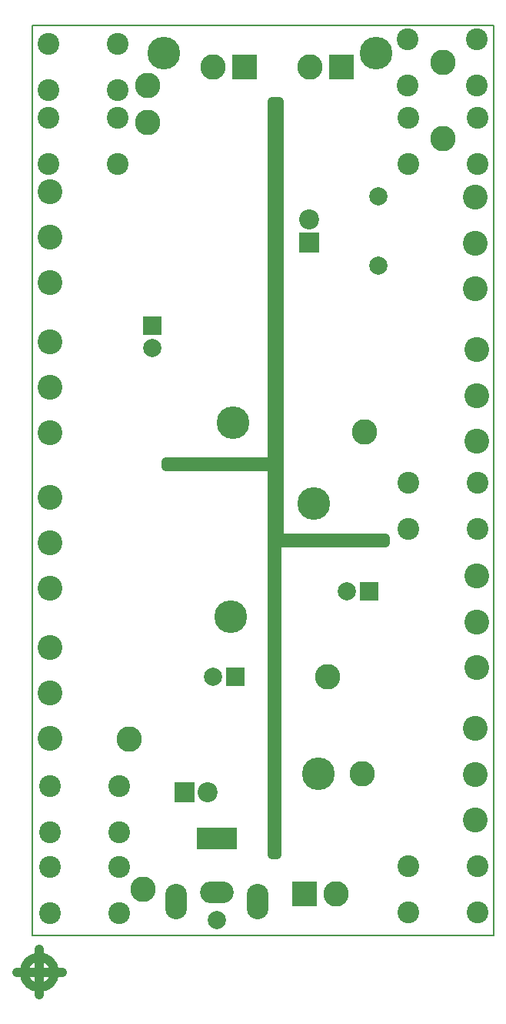
<source format=gbr>
%TF.GenerationSoftware,KiCad,Pcbnew,(5.0.0)*%
%TF.CreationDate,2018-12-16T12:55:05+01:00*%
%TF.ProjectId,Kicad_Oscillator_Drone,4B696361645F4F7363696C6C61746F72,rev?*%
%TF.SameCoordinates,Original*%
%TF.FileFunction,Soldermask,Bot*%
%TF.FilePolarity,Negative*%
%FSLAX46Y46*%
G04 Gerber Fmt 4.6, Leading zero omitted, Abs format (unit mm)*
G04 Created by KiCad (PCBNEW (5.0.0)) date 12/16/18 12:55:05*
%MOMM*%
%LPD*%
G01*
G04 APERTURE LIST*
%ADD10C,1.000000*%
%ADD11C,0.150000*%
%ADD12C,3.600000*%
%ADD13C,2.400000*%
%ADD14C,2.000000*%
%ADD15O,2.400000X3.900000*%
%ADD16O,3.700000X2.400000*%
%ADD17R,4.400000X2.400000*%
%ADD18C,2.740000*%
%ADD19R,2.000000X2.000000*%
%ADD20C,2.800000*%
%ADD21R,2.800000X2.800000*%
%ADD22R,2.200000X2.200000*%
%ADD23C,2.200000*%
G04 APERTURE END LIST*
D10*
X134112000Y-71374000D02*
X134112000Y-70866000D01*
X158242000Y-79756000D02*
X158242000Y-79248000D01*
X146304000Y-79756000D02*
X158242000Y-79756000D01*
X146304000Y-80010000D02*
X146304000Y-79756000D01*
X146304000Y-114046000D02*
X146304000Y-80010000D01*
X145796000Y-114046000D02*
X146304000Y-114046000D01*
X145796000Y-71374000D02*
X145796000Y-114046000D01*
X134112000Y-71374000D02*
X145796000Y-71374000D01*
X145796000Y-70866000D02*
X134112000Y-70866000D01*
X145796000Y-31242000D02*
X145796000Y-70866000D01*
X146558000Y-31242000D02*
X145796000Y-31242000D01*
X146558000Y-79248000D02*
X146558000Y-31242000D01*
X158242000Y-79248000D02*
X146558000Y-79248000D01*
X121816049Y-127025076D02*
G75*
G03X121816049Y-127025076I-1666666J0D01*
G01*
X117649383Y-127025076D02*
X122649383Y-127025076D01*
X120149383Y-124525076D02*
X120149383Y-129525076D01*
D11*
X170180000Y-122936000D02*
X170180000Y-22860000D01*
X119380000Y-122936000D02*
X170180000Y-122936000D01*
X119380000Y-22860000D02*
X119380000Y-122936000D01*
X170180000Y-22860000D02*
X119380000Y-22860000D01*
D12*
X150368000Y-75438000D03*
D13*
X160782000Y-120396000D03*
X160782000Y-115316000D03*
X168402000Y-120396000D03*
X168402000Y-115316000D03*
X128778000Y-29972000D03*
X128778000Y-24892000D03*
X121158000Y-29972000D03*
X121158000Y-24892000D03*
X128778000Y-33020000D03*
X128778000Y-38100000D03*
X121158000Y-33020000D03*
X121158000Y-38100000D03*
X160655000Y-29464000D03*
X160655000Y-24384000D03*
X168275000Y-29464000D03*
X168275000Y-24384000D03*
X160782000Y-78232000D03*
X160782000Y-73152000D03*
X168402000Y-78232000D03*
X168402000Y-73152000D03*
X128905000Y-120523000D03*
X128905000Y-115443000D03*
X121285000Y-120523000D03*
X121285000Y-115443000D03*
X128905000Y-106553000D03*
X128905000Y-111633000D03*
X121285000Y-106553000D03*
X121285000Y-111633000D03*
X160782000Y-38100000D03*
X160782000Y-33020000D03*
X168402000Y-38100000D03*
X168402000Y-33020000D03*
D14*
X139700000Y-121268000D03*
D15*
X144200000Y-119268000D03*
X135200000Y-119268000D03*
D16*
X139700000Y-118268000D03*
D17*
X139700000Y-112268000D03*
D18*
X121285000Y-91313000D03*
X121285000Y-96313000D03*
X121285000Y-101313000D03*
X121285000Y-74803000D03*
X121285000Y-79803000D03*
X121285000Y-84803000D03*
X121285000Y-57658000D03*
X121285000Y-62658000D03*
X121285000Y-67658000D03*
X121285000Y-41148000D03*
X121285000Y-46148000D03*
X121285000Y-51148000D03*
X168148000Y-110236000D03*
X168148000Y-105236000D03*
X168148000Y-100236000D03*
X168275000Y-93472000D03*
X168275000Y-88472000D03*
X168275000Y-83472000D03*
X168275000Y-68580000D03*
X168275000Y-63580000D03*
X168275000Y-58580000D03*
X168148000Y-51816000D03*
X168148000Y-46816000D03*
X168148000Y-41816000D03*
D19*
X156464000Y-85090000D03*
D14*
X153964000Y-85090000D03*
D19*
X132588000Y-55880000D03*
D14*
X132588000Y-58380000D03*
D20*
X139248000Y-27432000D03*
D21*
X142748000Y-27432000D03*
X153416000Y-27432000D03*
D20*
X149916000Y-27432000D03*
X152852000Y-118364000D03*
D21*
X149352000Y-118364000D03*
D20*
X151892000Y-94488000D03*
X155702000Y-105156000D03*
X132080000Y-29464000D03*
X132080000Y-33528000D03*
X164592000Y-26924000D03*
X155956000Y-67564000D03*
X131572000Y-117856000D03*
X130048000Y-101346000D03*
D22*
X136144000Y-107188000D03*
D23*
X138684000Y-107188000D03*
D19*
X141732000Y-94488000D03*
D14*
X139232000Y-94488000D03*
D22*
X149860000Y-46736000D03*
D23*
X149860000Y-44196000D03*
D14*
X157480000Y-49276000D03*
X157480000Y-41676000D03*
D20*
X164592000Y-35306000D03*
D12*
X133858000Y-25908000D03*
X157226000Y-25908000D03*
X141478000Y-66548000D03*
X141224000Y-87884000D03*
X150876000Y-105156000D03*
M02*

</source>
